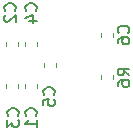
<source format=gbr>
%TF.GenerationSoftware,KiCad,Pcbnew,(5.1.6)-1*%
%TF.CreationDate,2021-01-22T14:39:17+01:00*%
%TF.ProjectId,LambdaBuffer,4c616d62-6461-4427-9566-6665722e6b69,rev?*%
%TF.SameCoordinates,Original*%
%TF.FileFunction,Legend,Bot*%
%TF.FilePolarity,Positive*%
%FSLAX46Y46*%
G04 Gerber Fmt 4.6, Leading zero omitted, Abs format (unit mm)*
G04 Created by KiCad (PCBNEW (5.1.6)-1) date 2021-01-22 14:39:17*
%MOMM*%
%LPD*%
G01*
G04 APERTURE LIST*
%ADD10C,0.120000*%
%ADD11C,0.150000*%
G04 APERTURE END LIST*
D10*
%TO.C,R6*%
X123492800Y-99626267D02*
X123492800Y-99283733D01*
X124512800Y-99626267D02*
X124512800Y-99283733D01*
%TO.C,C6*%
X123492800Y-96030867D02*
X123492800Y-95688333D01*
X124512800Y-96030867D02*
X124512800Y-95688333D01*
%TO.C,C5*%
X118616000Y-98610267D02*
X118616000Y-98267733D01*
X119636000Y-98610267D02*
X119636000Y-98267733D01*
%TO.C,C4*%
X117041200Y-96818267D02*
X117041200Y-96475733D01*
X118061200Y-96818267D02*
X118061200Y-96475733D01*
%TO.C,C3*%
X116461000Y-100017733D02*
X116461000Y-100360267D01*
X115441000Y-100017733D02*
X115441000Y-100360267D01*
%TO.C,C2*%
X116461000Y-96475733D02*
X116461000Y-96818267D01*
X115441000Y-96475733D02*
X115441000Y-96818267D01*
%TO.C,C1*%
X117028500Y-100360267D02*
X117028500Y-100017733D01*
X118048500Y-100360267D02*
X118048500Y-100017733D01*
%TO.C,R6*%
D11*
X125885180Y-99288333D02*
X125408990Y-98955000D01*
X125885180Y-98716904D02*
X124885180Y-98716904D01*
X124885180Y-99097857D01*
X124932800Y-99193095D01*
X124980419Y-99240714D01*
X125075657Y-99288333D01*
X125218514Y-99288333D01*
X125313752Y-99240714D01*
X125361371Y-99193095D01*
X125408990Y-99097857D01*
X125408990Y-98716904D01*
X124885180Y-100145476D02*
X124885180Y-99955000D01*
X124932800Y-99859761D01*
X124980419Y-99812142D01*
X125123276Y-99716904D01*
X125313752Y-99669285D01*
X125694704Y-99669285D01*
X125789942Y-99716904D01*
X125837561Y-99764523D01*
X125885180Y-99859761D01*
X125885180Y-100050238D01*
X125837561Y-100145476D01*
X125789942Y-100193095D01*
X125694704Y-100240714D01*
X125456609Y-100240714D01*
X125361371Y-100193095D01*
X125313752Y-100145476D01*
X125266133Y-100050238D01*
X125266133Y-99859761D01*
X125313752Y-99764523D01*
X125361371Y-99716904D01*
X125456609Y-99669285D01*
%TO.C,C6*%
X125789942Y-95692933D02*
X125837561Y-95645314D01*
X125885180Y-95502457D01*
X125885180Y-95407219D01*
X125837561Y-95264361D01*
X125742323Y-95169123D01*
X125647085Y-95121504D01*
X125456609Y-95073885D01*
X125313752Y-95073885D01*
X125123276Y-95121504D01*
X125028038Y-95169123D01*
X124932800Y-95264361D01*
X124885180Y-95407219D01*
X124885180Y-95502457D01*
X124932800Y-95645314D01*
X124980419Y-95692933D01*
X124885180Y-96550076D02*
X124885180Y-96359600D01*
X124932800Y-96264361D01*
X124980419Y-96216742D01*
X125123276Y-96121504D01*
X125313752Y-96073885D01*
X125694704Y-96073885D01*
X125789942Y-96121504D01*
X125837561Y-96169123D01*
X125885180Y-96264361D01*
X125885180Y-96454838D01*
X125837561Y-96550076D01*
X125789942Y-96597695D01*
X125694704Y-96645314D01*
X125456609Y-96645314D01*
X125361371Y-96597695D01*
X125313752Y-96550076D01*
X125266133Y-96454838D01*
X125266133Y-96264361D01*
X125313752Y-96169123D01*
X125361371Y-96121504D01*
X125456609Y-96073885D01*
%TO.C,C5*%
X119483142Y-100925333D02*
X119530761Y-100877714D01*
X119578380Y-100734857D01*
X119578380Y-100639619D01*
X119530761Y-100496761D01*
X119435523Y-100401523D01*
X119340285Y-100353904D01*
X119149809Y-100306285D01*
X119006952Y-100306285D01*
X118816476Y-100353904D01*
X118721238Y-100401523D01*
X118626000Y-100496761D01*
X118578380Y-100639619D01*
X118578380Y-100734857D01*
X118626000Y-100877714D01*
X118673619Y-100925333D01*
X118578380Y-101830095D02*
X118578380Y-101353904D01*
X119054571Y-101306285D01*
X119006952Y-101353904D01*
X118959333Y-101449142D01*
X118959333Y-101687238D01*
X119006952Y-101782476D01*
X119054571Y-101830095D01*
X119149809Y-101877714D01*
X119387904Y-101877714D01*
X119483142Y-101830095D01*
X119530761Y-101782476D01*
X119578380Y-101687238D01*
X119578380Y-101449142D01*
X119530761Y-101353904D01*
X119483142Y-101306285D01*
%TO.C,C4*%
X117959142Y-93813333D02*
X118006761Y-93765714D01*
X118054380Y-93622857D01*
X118054380Y-93527619D01*
X118006761Y-93384761D01*
X117911523Y-93289523D01*
X117816285Y-93241904D01*
X117625809Y-93194285D01*
X117482952Y-93194285D01*
X117292476Y-93241904D01*
X117197238Y-93289523D01*
X117102000Y-93384761D01*
X117054380Y-93527619D01*
X117054380Y-93622857D01*
X117102000Y-93765714D01*
X117149619Y-93813333D01*
X117387714Y-94670476D02*
X118054380Y-94670476D01*
X117006761Y-94432380D02*
X117721047Y-94194285D01*
X117721047Y-94813333D01*
%TO.C,C3*%
X116435142Y-102703333D02*
X116482761Y-102655714D01*
X116530380Y-102512857D01*
X116530380Y-102417619D01*
X116482761Y-102274761D01*
X116387523Y-102179523D01*
X116292285Y-102131904D01*
X116101809Y-102084285D01*
X115958952Y-102084285D01*
X115768476Y-102131904D01*
X115673238Y-102179523D01*
X115578000Y-102274761D01*
X115530380Y-102417619D01*
X115530380Y-102512857D01*
X115578000Y-102655714D01*
X115625619Y-102703333D01*
X115530380Y-103036666D02*
X115530380Y-103655714D01*
X115911333Y-103322380D01*
X115911333Y-103465238D01*
X115958952Y-103560476D01*
X116006571Y-103608095D01*
X116101809Y-103655714D01*
X116339904Y-103655714D01*
X116435142Y-103608095D01*
X116482761Y-103560476D01*
X116530380Y-103465238D01*
X116530380Y-103179523D01*
X116482761Y-103084285D01*
X116435142Y-103036666D01*
%TO.C,C2*%
X116181142Y-93813333D02*
X116228761Y-93765714D01*
X116276380Y-93622857D01*
X116276380Y-93527619D01*
X116228761Y-93384761D01*
X116133523Y-93289523D01*
X116038285Y-93241904D01*
X115847809Y-93194285D01*
X115704952Y-93194285D01*
X115514476Y-93241904D01*
X115419238Y-93289523D01*
X115324000Y-93384761D01*
X115276380Y-93527619D01*
X115276380Y-93622857D01*
X115324000Y-93765714D01*
X115371619Y-93813333D01*
X115371619Y-94194285D02*
X115324000Y-94241904D01*
X115276380Y-94337142D01*
X115276380Y-94575238D01*
X115324000Y-94670476D01*
X115371619Y-94718095D01*
X115466857Y-94765714D01*
X115562095Y-94765714D01*
X115704952Y-94718095D01*
X116276380Y-94146666D01*
X116276380Y-94765714D01*
%TO.C,C1*%
X117959142Y-102703333D02*
X118006761Y-102655714D01*
X118054380Y-102512857D01*
X118054380Y-102417619D01*
X118006761Y-102274761D01*
X117911523Y-102179523D01*
X117816285Y-102131904D01*
X117625809Y-102084285D01*
X117482952Y-102084285D01*
X117292476Y-102131904D01*
X117197238Y-102179523D01*
X117102000Y-102274761D01*
X117054380Y-102417619D01*
X117054380Y-102512857D01*
X117102000Y-102655714D01*
X117149619Y-102703333D01*
X118054380Y-103655714D02*
X118054380Y-103084285D01*
X118054380Y-103370000D02*
X117054380Y-103370000D01*
X117197238Y-103274761D01*
X117292476Y-103179523D01*
X117340095Y-103084285D01*
%TD*%
M02*

</source>
